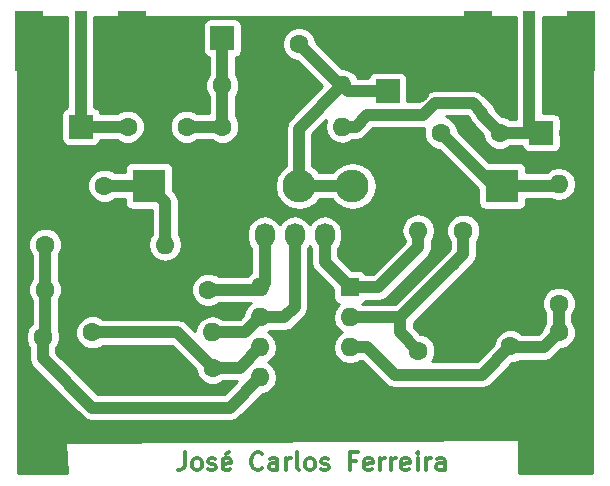
<source format=gtl>
G04 #@! TF.FileFunction,Copper,L1,Top,Signal*
%FSLAX46Y46*%
G04 Gerber Fmt 4.6, Leading zero omitted, Abs format (unit mm)*
G04 Created by KiCad (PCBNEW 4.0.5+dfsg1-4) date Sat May 19 12:29:41 2018*
%MOMM*%
%LPD*%
G01*
G04 APERTURE LIST*
%ADD10C,0.100000*%
%ADD11C,0.300000*%
%ADD12C,1.600000*%
%ADD13R,2.800000X2.800000*%
%ADD14O,2.800000X2.800000*%
%ADD15R,2.032000X2.032000*%
%ADD16O,2.032000X2.032000*%
%ADD17R,1.727200X2.032000*%
%ADD18O,1.727200X2.032000*%
%ADD19O,1.600000X1.600000*%
%ADD20R,1.600000X1.600000*%
%ADD21R,2.420000X5.080000*%
%ADD22R,1.000000X5.080000*%
%ADD23C,1.000000*%
%ADD24C,0.254000*%
G04 APERTURE END LIST*
D10*
D11*
X109814287Y-112578571D02*
X109814287Y-113650000D01*
X109742859Y-113864286D01*
X109600002Y-114007143D01*
X109385716Y-114078571D01*
X109242859Y-114078571D01*
X110742859Y-114078571D02*
X110600001Y-114007143D01*
X110528573Y-113935714D01*
X110457144Y-113792857D01*
X110457144Y-113364286D01*
X110528573Y-113221429D01*
X110600001Y-113150000D01*
X110742859Y-113078571D01*
X110957144Y-113078571D01*
X111100001Y-113150000D01*
X111171430Y-113221429D01*
X111242859Y-113364286D01*
X111242859Y-113792857D01*
X111171430Y-113935714D01*
X111100001Y-114007143D01*
X110957144Y-114078571D01*
X110742859Y-114078571D01*
X111814287Y-114007143D02*
X111957144Y-114078571D01*
X112242859Y-114078571D01*
X112385716Y-114007143D01*
X112457144Y-113864286D01*
X112457144Y-113792857D01*
X112385716Y-113650000D01*
X112242859Y-113578571D01*
X112028573Y-113578571D01*
X111885716Y-113507143D01*
X111814287Y-113364286D01*
X111814287Y-113292857D01*
X111885716Y-113150000D01*
X112028573Y-113078571D01*
X112242859Y-113078571D01*
X112385716Y-113150000D01*
X113671430Y-114007143D02*
X113528573Y-114078571D01*
X113242859Y-114078571D01*
X113100002Y-114007143D01*
X113028573Y-113864286D01*
X113028573Y-113292857D01*
X113100002Y-113150000D01*
X113242859Y-113078571D01*
X113528573Y-113078571D01*
X113671430Y-113150000D01*
X113742859Y-113292857D01*
X113742859Y-113435714D01*
X113028573Y-113578571D01*
X113528573Y-112507143D02*
X113314288Y-112721429D01*
X116385716Y-113935714D02*
X116314287Y-114007143D01*
X116100001Y-114078571D01*
X115957144Y-114078571D01*
X115742859Y-114007143D01*
X115600001Y-113864286D01*
X115528573Y-113721429D01*
X115457144Y-113435714D01*
X115457144Y-113221429D01*
X115528573Y-112935714D01*
X115600001Y-112792857D01*
X115742859Y-112650000D01*
X115957144Y-112578571D01*
X116100001Y-112578571D01*
X116314287Y-112650000D01*
X116385716Y-112721429D01*
X117671430Y-114078571D02*
X117671430Y-113292857D01*
X117600001Y-113150000D01*
X117457144Y-113078571D01*
X117171430Y-113078571D01*
X117028573Y-113150000D01*
X117671430Y-114007143D02*
X117528573Y-114078571D01*
X117171430Y-114078571D01*
X117028573Y-114007143D01*
X116957144Y-113864286D01*
X116957144Y-113721429D01*
X117028573Y-113578571D01*
X117171430Y-113507143D01*
X117528573Y-113507143D01*
X117671430Y-113435714D01*
X118385716Y-114078571D02*
X118385716Y-113078571D01*
X118385716Y-113364286D02*
X118457144Y-113221429D01*
X118528573Y-113150000D01*
X118671430Y-113078571D01*
X118814287Y-113078571D01*
X119528573Y-114078571D02*
X119385715Y-114007143D01*
X119314287Y-113864286D01*
X119314287Y-112578571D01*
X120314287Y-114078571D02*
X120171429Y-114007143D01*
X120100001Y-113935714D01*
X120028572Y-113792857D01*
X120028572Y-113364286D01*
X120100001Y-113221429D01*
X120171429Y-113150000D01*
X120314287Y-113078571D01*
X120528572Y-113078571D01*
X120671429Y-113150000D01*
X120742858Y-113221429D01*
X120814287Y-113364286D01*
X120814287Y-113792857D01*
X120742858Y-113935714D01*
X120671429Y-114007143D01*
X120528572Y-114078571D01*
X120314287Y-114078571D01*
X121385715Y-114007143D02*
X121528572Y-114078571D01*
X121814287Y-114078571D01*
X121957144Y-114007143D01*
X122028572Y-113864286D01*
X122028572Y-113792857D01*
X121957144Y-113650000D01*
X121814287Y-113578571D01*
X121600001Y-113578571D01*
X121457144Y-113507143D01*
X121385715Y-113364286D01*
X121385715Y-113292857D01*
X121457144Y-113150000D01*
X121600001Y-113078571D01*
X121814287Y-113078571D01*
X121957144Y-113150000D01*
X124314287Y-113292857D02*
X123814287Y-113292857D01*
X123814287Y-114078571D02*
X123814287Y-112578571D01*
X124528573Y-112578571D01*
X125671429Y-114007143D02*
X125528572Y-114078571D01*
X125242858Y-114078571D01*
X125100001Y-114007143D01*
X125028572Y-113864286D01*
X125028572Y-113292857D01*
X125100001Y-113150000D01*
X125242858Y-113078571D01*
X125528572Y-113078571D01*
X125671429Y-113150000D01*
X125742858Y-113292857D01*
X125742858Y-113435714D01*
X125028572Y-113578571D01*
X126385715Y-114078571D02*
X126385715Y-113078571D01*
X126385715Y-113364286D02*
X126457143Y-113221429D01*
X126528572Y-113150000D01*
X126671429Y-113078571D01*
X126814286Y-113078571D01*
X127314286Y-114078571D02*
X127314286Y-113078571D01*
X127314286Y-113364286D02*
X127385714Y-113221429D01*
X127457143Y-113150000D01*
X127600000Y-113078571D01*
X127742857Y-113078571D01*
X128814285Y-114007143D02*
X128671428Y-114078571D01*
X128385714Y-114078571D01*
X128242857Y-114007143D01*
X128171428Y-113864286D01*
X128171428Y-113292857D01*
X128242857Y-113150000D01*
X128385714Y-113078571D01*
X128671428Y-113078571D01*
X128814285Y-113150000D01*
X128885714Y-113292857D01*
X128885714Y-113435714D01*
X128171428Y-113578571D01*
X129528571Y-114078571D02*
X129528571Y-113078571D01*
X129528571Y-112578571D02*
X129457142Y-112650000D01*
X129528571Y-112721429D01*
X129599999Y-112650000D01*
X129528571Y-112578571D01*
X129528571Y-112721429D01*
X130242857Y-114078571D02*
X130242857Y-113078571D01*
X130242857Y-113364286D02*
X130314285Y-113221429D01*
X130385714Y-113150000D01*
X130528571Y-113078571D01*
X130671428Y-113078571D01*
X131814285Y-114078571D02*
X131814285Y-113292857D01*
X131742856Y-113150000D01*
X131599999Y-113078571D01*
X131314285Y-113078571D01*
X131171428Y-113150000D01*
X131814285Y-114007143D02*
X131671428Y-114078571D01*
X131314285Y-114078571D01*
X131171428Y-114007143D01*
X131099999Y-113864286D01*
X131099999Y-113721429D01*
X131171428Y-113578571D01*
X131314285Y-113507143D01*
X131671428Y-113507143D01*
X131814285Y-113435714D01*
D12*
X111800000Y-98800000D03*
X111800000Y-93800000D03*
X110000000Y-85000000D03*
X105000000Y-85000000D03*
X136500000Y-85500000D03*
X131500000Y-85500000D03*
X103000000Y-90000000D03*
X98000000Y-90000000D03*
X137400000Y-103600000D03*
X137400000Y-108600000D03*
X98000000Y-98800000D03*
X103000000Y-98800000D03*
D13*
X136700000Y-90000000D03*
D14*
X124000000Y-90000000D03*
D13*
X106800000Y-90000000D03*
D14*
X119500000Y-90000000D03*
D15*
X101040000Y-85000000D03*
D16*
X98500000Y-85000000D03*
D15*
X127000000Y-82000000D03*
D16*
X129540000Y-82000000D03*
D15*
X113000000Y-77500000D03*
D16*
X110460000Y-77500000D03*
D15*
X140000000Y-85500000D03*
D16*
X142540000Y-85500000D03*
D17*
X124200000Y-94200000D03*
D18*
X121660000Y-94200000D03*
X119120000Y-94200000D03*
X116580000Y-94200000D03*
D17*
X118660000Y-110000000D03*
D18*
X121200000Y-110000000D03*
X123740000Y-110000000D03*
D12*
X113000000Y-81500000D03*
D19*
X123160000Y-81500000D03*
D12*
X119500000Y-78000000D03*
D19*
X129660000Y-78000000D03*
D12*
X113000000Y-85000000D03*
D19*
X123160000Y-85000000D03*
D12*
X141500000Y-100000000D03*
D19*
X141500000Y-89840000D03*
D12*
X98000000Y-95000000D03*
D19*
X108160000Y-95000000D03*
D12*
X141500000Y-102400000D03*
D19*
X141500000Y-112560000D03*
D12*
X97800000Y-102800000D03*
D19*
X97800000Y-112960000D03*
D12*
X133400000Y-93800000D03*
D19*
X133400000Y-103960000D03*
D12*
X112200000Y-105400000D03*
D19*
X102040000Y-105400000D03*
D12*
X129600000Y-103960000D03*
D19*
X129600000Y-93800000D03*
D12*
X102000000Y-102400000D03*
D19*
X112160000Y-102400000D03*
D20*
X123820000Y-98600000D03*
D19*
X116200000Y-106220000D03*
X123820000Y-101140000D03*
X116200000Y-103680000D03*
X123820000Y-103680000D03*
X116200000Y-101140000D03*
X123820000Y-106220000D03*
X116200000Y-98600000D03*
D21*
X134620000Y-77780000D03*
X143380000Y-77780000D03*
D22*
X139000000Y-77780000D03*
D21*
X96620000Y-77780000D03*
X105380000Y-77780000D03*
D22*
X101000000Y-77780000D03*
D23*
X113000000Y-81500000D02*
X113000000Y-77500000D01*
X113000000Y-85000000D02*
X113000000Y-81500000D01*
X110000000Y-85000000D02*
X113000000Y-85000000D01*
X101040000Y-85000000D02*
X105000000Y-85000000D01*
X101000000Y-77780000D02*
X101000000Y-84960000D01*
X101000000Y-84960000D02*
X101040000Y-85000000D01*
X125291370Y-84000000D02*
X130000000Y-84000000D01*
X134200000Y-83000000D02*
X131000000Y-83000000D01*
X131000000Y-83000000D02*
X130000000Y-84000000D01*
X134999999Y-83799999D02*
X134200000Y-83000000D01*
X136500000Y-85500000D02*
X134999999Y-83999999D01*
X134999999Y-83999999D02*
X134999999Y-83799999D01*
X136500000Y-85500000D02*
X140000000Y-85500000D01*
X139000000Y-85200000D02*
X139300000Y-85500000D01*
X139300000Y-85500000D02*
X140000000Y-85500000D01*
X139000000Y-77780000D02*
X139000000Y-85200000D01*
X123160000Y-85000000D02*
X124291370Y-85000000D01*
X124291370Y-85000000D02*
X125291370Y-84000000D01*
X143380000Y-77780000D02*
X143380000Y-84660000D01*
X143380000Y-84660000D02*
X142540000Y-85500000D01*
X96620000Y-77780000D02*
X96620000Y-83120000D01*
X96620000Y-83120000D02*
X98500000Y-85000000D01*
X106800000Y-90000000D02*
X103000000Y-90000000D01*
X108160000Y-95000000D02*
X108160000Y-91360000D01*
X108160000Y-91360000D02*
X106800000Y-90000000D01*
X127600000Y-106000000D02*
X135000000Y-106000000D01*
X135000000Y-106000000D02*
X137400000Y-103600000D01*
X125280000Y-103680000D02*
X127600000Y-106000000D01*
X123820000Y-103680000D02*
X125280000Y-103680000D01*
X137800000Y-103680000D02*
X140220000Y-103680000D01*
X140220000Y-103680000D02*
X141500000Y-102400000D01*
X141500000Y-100000000D02*
X141500000Y-102400000D01*
X116580000Y-94200000D02*
X116580000Y-98220000D01*
X116580000Y-98220000D02*
X116200000Y-98600000D01*
X111800000Y-98800000D02*
X116000000Y-98800000D01*
X116000000Y-98800000D02*
X116200000Y-98600000D01*
X119500000Y-90000000D02*
X124000000Y-90000000D01*
X119500000Y-90000000D02*
X119500000Y-85160000D01*
X119500000Y-85160000D02*
X123160000Y-81500000D01*
X127000000Y-82000000D02*
X123660000Y-82000000D01*
X123660000Y-82000000D02*
X123160000Y-81500000D01*
X123160000Y-81500000D02*
X123000000Y-81500000D01*
X123000000Y-81500000D02*
X119500000Y-78000000D01*
X129600000Y-93800000D02*
X129600000Y-95200000D01*
X129600000Y-95200000D02*
X126200000Y-98600000D01*
X126200000Y-98600000D02*
X123820000Y-98600000D01*
X121660000Y-94200000D02*
X121660000Y-96440000D01*
X121660000Y-96440000D02*
X123820000Y-98600000D01*
X119120000Y-100280000D02*
X118260000Y-101140000D01*
X118260000Y-101140000D02*
X116200000Y-101140000D01*
X119120000Y-94200000D02*
X119120000Y-100280000D01*
X112160000Y-102400000D02*
X114940000Y-102400000D01*
X114940000Y-102400000D02*
X116200000Y-101140000D01*
X128060000Y-101140000D02*
X128060000Y-102420000D01*
X128060000Y-102420000D02*
X129600000Y-103960000D01*
X128060000Y-101140000D02*
X132200000Y-97000000D01*
X132200000Y-97000000D02*
X132600000Y-96600000D01*
X133400000Y-93800000D02*
X133400000Y-95800000D01*
X133400000Y-95800000D02*
X132200000Y-97000000D01*
X123820000Y-101140000D02*
X128060000Y-101140000D01*
X102000000Y-102400000D02*
X109200000Y-102400000D01*
X109200000Y-102400000D02*
X112200000Y-105400000D01*
X112200000Y-105400000D02*
X114480000Y-105400000D01*
X114480000Y-105400000D02*
X116200000Y-103680000D01*
X136000000Y-90000000D02*
X131500000Y-85500000D01*
X136700000Y-90000000D02*
X136000000Y-90000000D01*
X136700000Y-90000000D02*
X141340000Y-90000000D01*
X141340000Y-90000000D02*
X141500000Y-89840000D01*
X102000000Y-108800000D02*
X97800000Y-104600000D01*
X97800000Y-104600000D02*
X97800000Y-102800000D01*
X116200000Y-106220000D02*
X113620000Y-108800000D01*
X113620000Y-108800000D02*
X102000000Y-108800000D01*
X98000000Y-98800000D02*
X98000000Y-102600000D01*
X98000000Y-102600000D02*
X97800000Y-102800000D01*
X98000000Y-95000000D02*
X98000000Y-98800000D01*
D24*
G36*
X99852560Y-80320000D02*
X99865000Y-80386113D01*
X99865000Y-83366478D01*
X99788683Y-83380838D01*
X99572559Y-83519910D01*
X99427569Y-83732110D01*
X99376560Y-83984000D01*
X99376560Y-86016000D01*
X99420838Y-86251317D01*
X99559910Y-86467441D01*
X99772110Y-86612431D01*
X100024000Y-86663440D01*
X102056000Y-86663440D01*
X102291317Y-86619162D01*
X102507441Y-86480090D01*
X102652431Y-86267890D01*
X102679342Y-86135000D01*
X104105394Y-86135000D01*
X104186077Y-86215824D01*
X104713309Y-86434750D01*
X105284187Y-86435248D01*
X105811800Y-86217243D01*
X106215824Y-85813923D01*
X106434750Y-85286691D01*
X106434752Y-85284187D01*
X108564752Y-85284187D01*
X108782757Y-85811800D01*
X109186077Y-86215824D01*
X109713309Y-86434750D01*
X110284187Y-86435248D01*
X110811800Y-86217243D01*
X110894187Y-86135000D01*
X112105394Y-86135000D01*
X112186077Y-86215824D01*
X112713309Y-86434750D01*
X113284187Y-86435248D01*
X113811800Y-86217243D01*
X114215824Y-85813923D01*
X114434750Y-85286691D01*
X114435248Y-84715813D01*
X114217243Y-84188200D01*
X114135000Y-84105813D01*
X114135000Y-82394606D01*
X114215824Y-82313923D01*
X114434750Y-81786691D01*
X114435248Y-81215813D01*
X114217243Y-80688200D01*
X114135000Y-80605813D01*
X114135000Y-79141049D01*
X114251317Y-79119162D01*
X114467441Y-78980090D01*
X114612431Y-78767890D01*
X114663440Y-78516000D01*
X114663440Y-76484000D01*
X114619162Y-76248683D01*
X114480090Y-76032559D01*
X114267890Y-75887569D01*
X114016000Y-75836560D01*
X111984000Y-75836560D01*
X111748683Y-75880838D01*
X111532559Y-76019910D01*
X111387569Y-76232110D01*
X111336560Y-76484000D01*
X111336560Y-78516000D01*
X111380838Y-78751317D01*
X111519910Y-78967441D01*
X111732110Y-79112431D01*
X111865000Y-79139342D01*
X111865000Y-80605394D01*
X111784176Y-80686077D01*
X111565250Y-81213309D01*
X111564752Y-81784187D01*
X111782757Y-82311800D01*
X111865000Y-82394187D01*
X111865000Y-83865000D01*
X110894606Y-83865000D01*
X110813923Y-83784176D01*
X110286691Y-83565250D01*
X109715813Y-83564752D01*
X109188200Y-83782757D01*
X108784176Y-84186077D01*
X108565250Y-84713309D01*
X108564752Y-85284187D01*
X106434752Y-85284187D01*
X106435248Y-84715813D01*
X106217243Y-84188200D01*
X105813923Y-83784176D01*
X105286691Y-83565250D01*
X104715813Y-83564752D01*
X104188200Y-83782757D01*
X104105813Y-83865000D01*
X102681049Y-83865000D01*
X102659162Y-83748683D01*
X102520090Y-83532559D01*
X102307890Y-83387569D01*
X102135000Y-83352558D01*
X102135000Y-80381431D01*
X102147440Y-80320000D01*
X102147440Y-75685000D01*
X137852560Y-75685000D01*
X137852560Y-80320000D01*
X137865000Y-80386113D01*
X137865000Y-84365000D01*
X137394606Y-84365000D01*
X137313923Y-84284176D01*
X136786691Y-84065250D01*
X136670280Y-84065148D01*
X136067924Y-83462792D01*
X136048602Y-83365653D01*
X135936201Y-83197433D01*
X135802565Y-82997432D01*
X135002566Y-82197434D01*
X135002565Y-82197433D01*
X134634346Y-81951397D01*
X134200000Y-81865000D01*
X131000000Y-81865000D01*
X130565655Y-81951396D01*
X130197434Y-82197433D01*
X129529868Y-82865000D01*
X128663440Y-82865000D01*
X128663440Y-80984000D01*
X128619162Y-80748683D01*
X128480090Y-80532559D01*
X128267890Y-80387569D01*
X128016000Y-80336560D01*
X125984000Y-80336560D01*
X125748683Y-80380838D01*
X125532559Y-80519910D01*
X125387569Y-80732110D01*
X125360658Y-80865000D01*
X124456517Y-80865000D01*
X124202811Y-80485302D01*
X123737264Y-80174233D01*
X123188113Y-80065000D01*
X123170133Y-80065000D01*
X120935148Y-77830016D01*
X120935248Y-77715813D01*
X120717243Y-77188200D01*
X120313923Y-76784176D01*
X119786691Y-76565250D01*
X119215813Y-76564752D01*
X118688200Y-76782757D01*
X118284176Y-77186077D01*
X118065250Y-77713309D01*
X118064752Y-78284187D01*
X118282757Y-78811800D01*
X118686077Y-79215824D01*
X119213309Y-79434750D01*
X119329719Y-79434852D01*
X121474868Y-81580000D01*
X118697434Y-84357434D01*
X118451397Y-84725654D01*
X118365000Y-85160000D01*
X118365000Y-88331298D01*
X118021170Y-88561038D01*
X117580037Y-89221239D01*
X117425132Y-90000000D01*
X117580037Y-90778761D01*
X118021170Y-91438962D01*
X118681371Y-91880095D01*
X119460132Y-92035000D01*
X119539868Y-92035000D01*
X120318629Y-91880095D01*
X120978830Y-91438962D01*
X121181931Y-91135000D01*
X122318069Y-91135000D01*
X122521170Y-91438962D01*
X123181371Y-91880095D01*
X123960132Y-92035000D01*
X124039868Y-92035000D01*
X124818629Y-91880095D01*
X125478830Y-91438962D01*
X125919963Y-90778761D01*
X126074868Y-90000000D01*
X125919963Y-89221239D01*
X125478830Y-88561038D01*
X124818629Y-88119905D01*
X124039868Y-87965000D01*
X123960132Y-87965000D01*
X123181371Y-88119905D01*
X122521170Y-88561038D01*
X122318069Y-88865000D01*
X121181931Y-88865000D01*
X120978830Y-88561038D01*
X120635000Y-88331298D01*
X120635000Y-85630132D01*
X121804093Y-84461039D01*
X121696887Y-85000000D01*
X121806120Y-85549151D01*
X122117189Y-86014698D01*
X122582736Y-86325767D01*
X123131887Y-86435000D01*
X123188113Y-86435000D01*
X123737264Y-86325767D01*
X124022767Y-86135000D01*
X124291370Y-86135000D01*
X124725716Y-86048603D01*
X125093936Y-85802566D01*
X125761503Y-85135000D01*
X130000000Y-85135000D01*
X130106569Y-85113802D01*
X130065250Y-85213309D01*
X130064752Y-85784187D01*
X130282757Y-86311800D01*
X130686077Y-86715824D01*
X131213309Y-86934750D01*
X131329720Y-86934852D01*
X134652560Y-90257692D01*
X134652560Y-91400000D01*
X134696838Y-91635317D01*
X134835910Y-91851441D01*
X135048110Y-91996431D01*
X135300000Y-92047440D01*
X138100000Y-92047440D01*
X138335317Y-92003162D01*
X138551441Y-91864090D01*
X138696431Y-91651890D01*
X138747440Y-91400000D01*
X138747440Y-91135000D01*
X140862729Y-91135000D01*
X140950849Y-91193880D01*
X141500000Y-91303113D01*
X142049151Y-91193880D01*
X142514698Y-90882811D01*
X142825767Y-90417264D01*
X142935000Y-89868113D01*
X142935000Y-89811887D01*
X142825767Y-89262736D01*
X142514698Y-88797189D01*
X142049151Y-88486120D01*
X141500000Y-88376887D01*
X140950849Y-88486120D01*
X140485302Y-88797189D01*
X140439992Y-88865000D01*
X138747440Y-88865000D01*
X138747440Y-88600000D01*
X138703162Y-88364683D01*
X138564090Y-88148559D01*
X138351890Y-88003569D01*
X138100000Y-87952560D01*
X135557692Y-87952560D01*
X132935148Y-85330016D01*
X132935248Y-85215813D01*
X132717243Y-84688200D01*
X132313923Y-84284176D01*
X131954668Y-84135000D01*
X133729868Y-84135000D01*
X133932074Y-84337207D01*
X133951396Y-84434345D01*
X134039134Y-84565654D01*
X134197433Y-84802565D01*
X135064852Y-85669984D01*
X135064752Y-85784187D01*
X135282757Y-86311800D01*
X135686077Y-86715824D01*
X136213309Y-86934750D01*
X136784187Y-86935248D01*
X137311800Y-86717243D01*
X137394187Y-86635000D01*
X138358951Y-86635000D01*
X138380838Y-86751317D01*
X138519910Y-86967441D01*
X138732110Y-87112431D01*
X138984000Y-87163440D01*
X141016000Y-87163440D01*
X141251317Y-87119162D01*
X141467441Y-86980090D01*
X141612431Y-86767890D01*
X141663440Y-86516000D01*
X141663440Y-84484000D01*
X141619162Y-84248683D01*
X141480090Y-84032559D01*
X141267890Y-83887569D01*
X141016000Y-83836560D01*
X140135000Y-83836560D01*
X140135000Y-80381431D01*
X140147440Y-80320000D01*
X140147440Y-75685000D01*
X144315000Y-75685000D01*
X144315000Y-114315000D01*
X138127000Y-114315000D01*
X138127000Y-111600000D01*
X138116994Y-111550590D01*
X138088553Y-111508965D01*
X138046159Y-111481685D01*
X137999335Y-111473002D01*
X99799335Y-111673002D01*
X99749978Y-111683266D01*
X99708503Y-111711924D01*
X99681445Y-111754461D01*
X99673247Y-111807922D01*
X99829939Y-114315000D01*
X95685000Y-114315000D01*
X95685000Y-103084187D01*
X96364752Y-103084187D01*
X96582757Y-103611800D01*
X96665000Y-103694187D01*
X96665000Y-104600000D01*
X96751397Y-105034346D01*
X96992212Y-105394750D01*
X96997434Y-105402566D01*
X101197434Y-109602566D01*
X101565654Y-109848603D01*
X102000000Y-109935000D01*
X113620000Y-109935000D01*
X114054346Y-109848603D01*
X114422566Y-109602566D01*
X116405396Y-107619736D01*
X116777264Y-107545767D01*
X117242811Y-107234698D01*
X117553880Y-106769151D01*
X117663113Y-106220000D01*
X117553880Y-105670849D01*
X117242811Y-105205302D01*
X116860725Y-104950000D01*
X117242811Y-104694698D01*
X117553880Y-104229151D01*
X117663113Y-103680000D01*
X117553880Y-103130849D01*
X117242811Y-102665302D01*
X116860725Y-102410000D01*
X117062767Y-102275000D01*
X118260000Y-102275000D01*
X118694346Y-102188603D01*
X119062566Y-101942566D01*
X119922566Y-101082566D01*
X120168604Y-100714345D01*
X120255000Y-100280000D01*
X120255000Y-95331676D01*
X120390000Y-95129634D01*
X120525000Y-95331676D01*
X120525000Y-96440000D01*
X120611397Y-96874346D01*
X120831377Y-97203569D01*
X120857434Y-97242566D01*
X122372560Y-98757692D01*
X122372560Y-99400000D01*
X122416838Y-99635317D01*
X122555910Y-99851441D01*
X122768110Y-99996431D01*
X122923089Y-100027815D01*
X122777189Y-100125302D01*
X122466120Y-100590849D01*
X122356887Y-101140000D01*
X122466120Y-101689151D01*
X122777189Y-102154698D01*
X123159275Y-102410000D01*
X122777189Y-102665302D01*
X122466120Y-103130849D01*
X122356887Y-103680000D01*
X122466120Y-104229151D01*
X122777189Y-104694698D01*
X123242736Y-105005767D01*
X123791887Y-105115000D01*
X123848113Y-105115000D01*
X124397264Y-105005767D01*
X124682767Y-104815000D01*
X124809868Y-104815000D01*
X126797433Y-106802566D01*
X127126687Y-107022566D01*
X127165654Y-107048603D01*
X127600000Y-107135000D01*
X135000000Y-107135000D01*
X135434346Y-107048603D01*
X135802566Y-106802566D01*
X137569984Y-105035148D01*
X137684187Y-105035248D01*
X138211800Y-104817243D01*
X138214047Y-104815000D01*
X140220000Y-104815000D01*
X140654346Y-104728603D01*
X141022566Y-104482566D01*
X141669984Y-103835148D01*
X141784187Y-103835248D01*
X142311800Y-103617243D01*
X142715824Y-103213923D01*
X142934750Y-102686691D01*
X142935248Y-102115813D01*
X142717243Y-101588200D01*
X142635000Y-101505813D01*
X142635000Y-100894606D01*
X142715824Y-100813923D01*
X142934750Y-100286691D01*
X142935248Y-99715813D01*
X142717243Y-99188200D01*
X142313923Y-98784176D01*
X141786691Y-98565250D01*
X141215813Y-98564752D01*
X140688200Y-98782757D01*
X140284176Y-99186077D01*
X140065250Y-99713309D01*
X140064752Y-100284187D01*
X140282757Y-100811800D01*
X140365000Y-100894187D01*
X140365000Y-101505394D01*
X140284176Y-101586077D01*
X140065250Y-102113309D01*
X140065148Y-102229720D01*
X139749868Y-102545000D01*
X138374467Y-102545000D01*
X138213923Y-102384176D01*
X137686691Y-102165250D01*
X137115813Y-102164752D01*
X136588200Y-102382757D01*
X136184176Y-102786077D01*
X135965250Y-103313309D01*
X135965148Y-103429719D01*
X134529868Y-104865000D01*
X130724588Y-104865000D01*
X130815824Y-104773923D01*
X131034750Y-104246691D01*
X131035248Y-103675813D01*
X130817243Y-103148200D01*
X130413923Y-102744176D01*
X129886691Y-102525250D01*
X129770280Y-102525148D01*
X129195000Y-101949868D01*
X129195000Y-101610132D01*
X134202566Y-96602566D01*
X134387517Y-96325767D01*
X134448603Y-96234346D01*
X134535000Y-95800000D01*
X134535000Y-94694606D01*
X134615824Y-94613923D01*
X134834750Y-94086691D01*
X134835248Y-93515813D01*
X134617243Y-92988200D01*
X134213923Y-92584176D01*
X133686691Y-92365250D01*
X133115813Y-92364752D01*
X132588200Y-92582757D01*
X132184176Y-92986077D01*
X131965250Y-93513309D01*
X131964752Y-94084187D01*
X132182757Y-94611800D01*
X132265000Y-94694187D01*
X132265000Y-95329868D01*
X127589868Y-100005000D01*
X124845549Y-100005000D01*
X124855317Y-100003162D01*
X125071441Y-99864090D01*
X125159644Y-99735000D01*
X126200000Y-99735000D01*
X126634346Y-99648603D01*
X127002566Y-99402566D01*
X130402566Y-96002566D01*
X130539631Y-95797434D01*
X130648603Y-95634346D01*
X130735000Y-95200000D01*
X130735000Y-94662767D01*
X130925767Y-94377264D01*
X131035000Y-93828113D01*
X131035000Y-93771887D01*
X130925767Y-93222736D01*
X130614698Y-92757189D01*
X130149151Y-92446120D01*
X129600000Y-92336887D01*
X129050849Y-92446120D01*
X128585302Y-92757189D01*
X128274233Y-93222736D01*
X128165000Y-93771887D01*
X128165000Y-93828113D01*
X128274233Y-94377264D01*
X128465000Y-94662767D01*
X128465000Y-94729868D01*
X125729868Y-97465000D01*
X125159018Y-97465000D01*
X125084090Y-97348559D01*
X124871890Y-97203569D01*
X124620000Y-97152560D01*
X123977692Y-97152560D01*
X122795000Y-95969868D01*
X122795000Y-95331676D01*
X123044526Y-94958234D01*
X123158600Y-94384745D01*
X123158600Y-94015255D01*
X123044526Y-93441766D01*
X122719670Y-92955585D01*
X122233489Y-92630729D01*
X121660000Y-92516655D01*
X121086511Y-92630729D01*
X120600330Y-92955585D01*
X120390000Y-93270366D01*
X120179670Y-92955585D01*
X119693489Y-92630729D01*
X119120000Y-92516655D01*
X118546511Y-92630729D01*
X118060330Y-92955585D01*
X117850000Y-93270366D01*
X117639670Y-92955585D01*
X117153489Y-92630729D01*
X116580000Y-92516655D01*
X116006511Y-92630729D01*
X115520330Y-92955585D01*
X115195474Y-93441766D01*
X115081400Y-94015255D01*
X115081400Y-94384745D01*
X115195474Y-94958234D01*
X115445000Y-95331676D01*
X115445000Y-97392993D01*
X115157189Y-97585302D01*
X115103936Y-97665000D01*
X112694606Y-97665000D01*
X112613923Y-97584176D01*
X112086691Y-97365250D01*
X111515813Y-97364752D01*
X110988200Y-97582757D01*
X110584176Y-97986077D01*
X110365250Y-98513309D01*
X110364752Y-99084187D01*
X110582757Y-99611800D01*
X110986077Y-100015824D01*
X111513309Y-100234750D01*
X112084187Y-100235248D01*
X112611800Y-100017243D01*
X112694187Y-99935000D01*
X115441996Y-99935000D01*
X115157189Y-100125302D01*
X114846120Y-100590849D01*
X114772151Y-100962717D01*
X114469868Y-101265000D01*
X113022767Y-101265000D01*
X112737264Y-101074233D01*
X112188113Y-100965000D01*
X112131887Y-100965000D01*
X111582736Y-101074233D01*
X111117189Y-101385302D01*
X110806120Y-101850849D01*
X110714846Y-102309714D01*
X110002566Y-101597434D01*
X109933667Y-101551397D01*
X109634346Y-101351397D01*
X109200000Y-101265000D01*
X102894606Y-101265000D01*
X102813923Y-101184176D01*
X102286691Y-100965250D01*
X101715813Y-100964752D01*
X101188200Y-101182757D01*
X100784176Y-101586077D01*
X100565250Y-102113309D01*
X100564752Y-102684187D01*
X100782757Y-103211800D01*
X101186077Y-103615824D01*
X101713309Y-103834750D01*
X102284187Y-103835248D01*
X102811800Y-103617243D01*
X102894187Y-103535000D01*
X108729868Y-103535000D01*
X110764852Y-105569984D01*
X110764752Y-105684187D01*
X110982757Y-106211800D01*
X111386077Y-106615824D01*
X111913309Y-106834750D01*
X112484187Y-106835248D01*
X113011800Y-106617243D01*
X113094187Y-106535000D01*
X114279868Y-106535000D01*
X113149868Y-107665000D01*
X102470132Y-107665000D01*
X98935000Y-104129868D01*
X98935000Y-103694606D01*
X99015824Y-103613923D01*
X99234750Y-103086691D01*
X99235248Y-102515813D01*
X99135000Y-102273194D01*
X99135000Y-99694606D01*
X99215824Y-99613923D01*
X99434750Y-99086691D01*
X99435248Y-98515813D01*
X99217243Y-97988200D01*
X99135000Y-97905813D01*
X99135000Y-95894606D01*
X99215824Y-95813923D01*
X99434750Y-95286691D01*
X99435248Y-94715813D01*
X99217243Y-94188200D01*
X98813923Y-93784176D01*
X98286691Y-93565250D01*
X97715813Y-93564752D01*
X97188200Y-93782757D01*
X96784176Y-94186077D01*
X96565250Y-94713309D01*
X96564752Y-95284187D01*
X96782757Y-95811800D01*
X96865000Y-95894187D01*
X96865000Y-97905394D01*
X96784176Y-97986077D01*
X96565250Y-98513309D01*
X96564752Y-99084187D01*
X96782757Y-99611800D01*
X96865000Y-99694187D01*
X96865000Y-101705742D01*
X96584176Y-101986077D01*
X96365250Y-102513309D01*
X96364752Y-103084187D01*
X95685000Y-103084187D01*
X95685000Y-90284187D01*
X101564752Y-90284187D01*
X101782757Y-90811800D01*
X102186077Y-91215824D01*
X102713309Y-91434750D01*
X103284187Y-91435248D01*
X103811800Y-91217243D01*
X103894187Y-91135000D01*
X104752560Y-91135000D01*
X104752560Y-91400000D01*
X104796838Y-91635317D01*
X104935910Y-91851441D01*
X105148110Y-91996431D01*
X105400000Y-92047440D01*
X107025000Y-92047440D01*
X107025000Y-94123272D01*
X106806120Y-94450849D01*
X106696887Y-95000000D01*
X106806120Y-95549151D01*
X107117189Y-96014698D01*
X107582736Y-96325767D01*
X108131887Y-96435000D01*
X108188113Y-96435000D01*
X108737264Y-96325767D01*
X109202811Y-96014698D01*
X109513880Y-95549151D01*
X109623113Y-95000000D01*
X109513880Y-94450849D01*
X109295000Y-94123272D01*
X109295000Y-91360000D01*
X109208603Y-90925654D01*
X109110452Y-90778761D01*
X108962566Y-90557433D01*
X108847440Y-90442307D01*
X108847440Y-88600000D01*
X108803162Y-88364683D01*
X108664090Y-88148559D01*
X108451890Y-88003569D01*
X108200000Y-87952560D01*
X105400000Y-87952560D01*
X105164683Y-87996838D01*
X104948559Y-88135910D01*
X104803569Y-88348110D01*
X104752560Y-88600000D01*
X104752560Y-88865000D01*
X103894606Y-88865000D01*
X103813923Y-88784176D01*
X103286691Y-88565250D01*
X102715813Y-88564752D01*
X102188200Y-88782757D01*
X101784176Y-89186077D01*
X101565250Y-89713309D01*
X101564752Y-90284187D01*
X95685000Y-90284187D01*
X95685000Y-75685000D01*
X99852560Y-75685000D01*
X99852560Y-80320000D01*
X99852560Y-80320000D01*
G37*
X99852560Y-80320000D02*
X99865000Y-80386113D01*
X99865000Y-83366478D01*
X99788683Y-83380838D01*
X99572559Y-83519910D01*
X99427569Y-83732110D01*
X99376560Y-83984000D01*
X99376560Y-86016000D01*
X99420838Y-86251317D01*
X99559910Y-86467441D01*
X99772110Y-86612431D01*
X100024000Y-86663440D01*
X102056000Y-86663440D01*
X102291317Y-86619162D01*
X102507441Y-86480090D01*
X102652431Y-86267890D01*
X102679342Y-86135000D01*
X104105394Y-86135000D01*
X104186077Y-86215824D01*
X104713309Y-86434750D01*
X105284187Y-86435248D01*
X105811800Y-86217243D01*
X106215824Y-85813923D01*
X106434750Y-85286691D01*
X106434752Y-85284187D01*
X108564752Y-85284187D01*
X108782757Y-85811800D01*
X109186077Y-86215824D01*
X109713309Y-86434750D01*
X110284187Y-86435248D01*
X110811800Y-86217243D01*
X110894187Y-86135000D01*
X112105394Y-86135000D01*
X112186077Y-86215824D01*
X112713309Y-86434750D01*
X113284187Y-86435248D01*
X113811800Y-86217243D01*
X114215824Y-85813923D01*
X114434750Y-85286691D01*
X114435248Y-84715813D01*
X114217243Y-84188200D01*
X114135000Y-84105813D01*
X114135000Y-82394606D01*
X114215824Y-82313923D01*
X114434750Y-81786691D01*
X114435248Y-81215813D01*
X114217243Y-80688200D01*
X114135000Y-80605813D01*
X114135000Y-79141049D01*
X114251317Y-79119162D01*
X114467441Y-78980090D01*
X114612431Y-78767890D01*
X114663440Y-78516000D01*
X114663440Y-76484000D01*
X114619162Y-76248683D01*
X114480090Y-76032559D01*
X114267890Y-75887569D01*
X114016000Y-75836560D01*
X111984000Y-75836560D01*
X111748683Y-75880838D01*
X111532559Y-76019910D01*
X111387569Y-76232110D01*
X111336560Y-76484000D01*
X111336560Y-78516000D01*
X111380838Y-78751317D01*
X111519910Y-78967441D01*
X111732110Y-79112431D01*
X111865000Y-79139342D01*
X111865000Y-80605394D01*
X111784176Y-80686077D01*
X111565250Y-81213309D01*
X111564752Y-81784187D01*
X111782757Y-82311800D01*
X111865000Y-82394187D01*
X111865000Y-83865000D01*
X110894606Y-83865000D01*
X110813923Y-83784176D01*
X110286691Y-83565250D01*
X109715813Y-83564752D01*
X109188200Y-83782757D01*
X108784176Y-84186077D01*
X108565250Y-84713309D01*
X108564752Y-85284187D01*
X106434752Y-85284187D01*
X106435248Y-84715813D01*
X106217243Y-84188200D01*
X105813923Y-83784176D01*
X105286691Y-83565250D01*
X104715813Y-83564752D01*
X104188200Y-83782757D01*
X104105813Y-83865000D01*
X102681049Y-83865000D01*
X102659162Y-83748683D01*
X102520090Y-83532559D01*
X102307890Y-83387569D01*
X102135000Y-83352558D01*
X102135000Y-80381431D01*
X102147440Y-80320000D01*
X102147440Y-75685000D01*
X137852560Y-75685000D01*
X137852560Y-80320000D01*
X137865000Y-80386113D01*
X137865000Y-84365000D01*
X137394606Y-84365000D01*
X137313923Y-84284176D01*
X136786691Y-84065250D01*
X136670280Y-84065148D01*
X136067924Y-83462792D01*
X136048602Y-83365653D01*
X135936201Y-83197433D01*
X135802565Y-82997432D01*
X135002566Y-82197434D01*
X135002565Y-82197433D01*
X134634346Y-81951397D01*
X134200000Y-81865000D01*
X131000000Y-81865000D01*
X130565655Y-81951396D01*
X130197434Y-82197433D01*
X129529868Y-82865000D01*
X128663440Y-82865000D01*
X128663440Y-80984000D01*
X128619162Y-80748683D01*
X128480090Y-80532559D01*
X128267890Y-80387569D01*
X128016000Y-80336560D01*
X125984000Y-80336560D01*
X125748683Y-80380838D01*
X125532559Y-80519910D01*
X125387569Y-80732110D01*
X125360658Y-80865000D01*
X124456517Y-80865000D01*
X124202811Y-80485302D01*
X123737264Y-80174233D01*
X123188113Y-80065000D01*
X123170133Y-80065000D01*
X120935148Y-77830016D01*
X120935248Y-77715813D01*
X120717243Y-77188200D01*
X120313923Y-76784176D01*
X119786691Y-76565250D01*
X119215813Y-76564752D01*
X118688200Y-76782757D01*
X118284176Y-77186077D01*
X118065250Y-77713309D01*
X118064752Y-78284187D01*
X118282757Y-78811800D01*
X118686077Y-79215824D01*
X119213309Y-79434750D01*
X119329719Y-79434852D01*
X121474868Y-81580000D01*
X118697434Y-84357434D01*
X118451397Y-84725654D01*
X118365000Y-85160000D01*
X118365000Y-88331298D01*
X118021170Y-88561038D01*
X117580037Y-89221239D01*
X117425132Y-90000000D01*
X117580037Y-90778761D01*
X118021170Y-91438962D01*
X118681371Y-91880095D01*
X119460132Y-92035000D01*
X119539868Y-92035000D01*
X120318629Y-91880095D01*
X120978830Y-91438962D01*
X121181931Y-91135000D01*
X122318069Y-91135000D01*
X122521170Y-91438962D01*
X123181371Y-91880095D01*
X123960132Y-92035000D01*
X124039868Y-92035000D01*
X124818629Y-91880095D01*
X125478830Y-91438962D01*
X125919963Y-90778761D01*
X126074868Y-90000000D01*
X125919963Y-89221239D01*
X125478830Y-88561038D01*
X124818629Y-88119905D01*
X124039868Y-87965000D01*
X123960132Y-87965000D01*
X123181371Y-88119905D01*
X122521170Y-88561038D01*
X122318069Y-88865000D01*
X121181931Y-88865000D01*
X120978830Y-88561038D01*
X120635000Y-88331298D01*
X120635000Y-85630132D01*
X121804093Y-84461039D01*
X121696887Y-85000000D01*
X121806120Y-85549151D01*
X122117189Y-86014698D01*
X122582736Y-86325767D01*
X123131887Y-86435000D01*
X123188113Y-86435000D01*
X123737264Y-86325767D01*
X124022767Y-86135000D01*
X124291370Y-86135000D01*
X124725716Y-86048603D01*
X125093936Y-85802566D01*
X125761503Y-85135000D01*
X130000000Y-85135000D01*
X130106569Y-85113802D01*
X130065250Y-85213309D01*
X130064752Y-85784187D01*
X130282757Y-86311800D01*
X130686077Y-86715824D01*
X131213309Y-86934750D01*
X131329720Y-86934852D01*
X134652560Y-90257692D01*
X134652560Y-91400000D01*
X134696838Y-91635317D01*
X134835910Y-91851441D01*
X135048110Y-91996431D01*
X135300000Y-92047440D01*
X138100000Y-92047440D01*
X138335317Y-92003162D01*
X138551441Y-91864090D01*
X138696431Y-91651890D01*
X138747440Y-91400000D01*
X138747440Y-91135000D01*
X140862729Y-91135000D01*
X140950849Y-91193880D01*
X141500000Y-91303113D01*
X142049151Y-91193880D01*
X142514698Y-90882811D01*
X142825767Y-90417264D01*
X142935000Y-89868113D01*
X142935000Y-89811887D01*
X142825767Y-89262736D01*
X142514698Y-88797189D01*
X142049151Y-88486120D01*
X141500000Y-88376887D01*
X140950849Y-88486120D01*
X140485302Y-88797189D01*
X140439992Y-88865000D01*
X138747440Y-88865000D01*
X138747440Y-88600000D01*
X138703162Y-88364683D01*
X138564090Y-88148559D01*
X138351890Y-88003569D01*
X138100000Y-87952560D01*
X135557692Y-87952560D01*
X132935148Y-85330016D01*
X132935248Y-85215813D01*
X132717243Y-84688200D01*
X132313923Y-84284176D01*
X131954668Y-84135000D01*
X133729868Y-84135000D01*
X133932074Y-84337207D01*
X133951396Y-84434345D01*
X134039134Y-84565654D01*
X134197433Y-84802565D01*
X135064852Y-85669984D01*
X135064752Y-85784187D01*
X135282757Y-86311800D01*
X135686077Y-86715824D01*
X136213309Y-86934750D01*
X136784187Y-86935248D01*
X137311800Y-86717243D01*
X137394187Y-86635000D01*
X138358951Y-86635000D01*
X138380838Y-86751317D01*
X138519910Y-86967441D01*
X138732110Y-87112431D01*
X138984000Y-87163440D01*
X141016000Y-87163440D01*
X141251317Y-87119162D01*
X141467441Y-86980090D01*
X141612431Y-86767890D01*
X141663440Y-86516000D01*
X141663440Y-84484000D01*
X141619162Y-84248683D01*
X141480090Y-84032559D01*
X141267890Y-83887569D01*
X141016000Y-83836560D01*
X140135000Y-83836560D01*
X140135000Y-80381431D01*
X140147440Y-80320000D01*
X140147440Y-75685000D01*
X144315000Y-75685000D01*
X144315000Y-114315000D01*
X138127000Y-114315000D01*
X138127000Y-111600000D01*
X138116994Y-111550590D01*
X138088553Y-111508965D01*
X138046159Y-111481685D01*
X137999335Y-111473002D01*
X99799335Y-111673002D01*
X99749978Y-111683266D01*
X99708503Y-111711924D01*
X99681445Y-111754461D01*
X99673247Y-111807922D01*
X99829939Y-114315000D01*
X95685000Y-114315000D01*
X95685000Y-103084187D01*
X96364752Y-103084187D01*
X96582757Y-103611800D01*
X96665000Y-103694187D01*
X96665000Y-104600000D01*
X96751397Y-105034346D01*
X96992212Y-105394750D01*
X96997434Y-105402566D01*
X101197434Y-109602566D01*
X101565654Y-109848603D01*
X102000000Y-109935000D01*
X113620000Y-109935000D01*
X114054346Y-109848603D01*
X114422566Y-109602566D01*
X116405396Y-107619736D01*
X116777264Y-107545767D01*
X117242811Y-107234698D01*
X117553880Y-106769151D01*
X117663113Y-106220000D01*
X117553880Y-105670849D01*
X117242811Y-105205302D01*
X116860725Y-104950000D01*
X117242811Y-104694698D01*
X117553880Y-104229151D01*
X117663113Y-103680000D01*
X117553880Y-103130849D01*
X117242811Y-102665302D01*
X116860725Y-102410000D01*
X117062767Y-102275000D01*
X118260000Y-102275000D01*
X118694346Y-102188603D01*
X119062566Y-101942566D01*
X119922566Y-101082566D01*
X120168604Y-100714345D01*
X120255000Y-100280000D01*
X120255000Y-95331676D01*
X120390000Y-95129634D01*
X120525000Y-95331676D01*
X120525000Y-96440000D01*
X120611397Y-96874346D01*
X120831377Y-97203569D01*
X120857434Y-97242566D01*
X122372560Y-98757692D01*
X122372560Y-99400000D01*
X122416838Y-99635317D01*
X122555910Y-99851441D01*
X122768110Y-99996431D01*
X122923089Y-100027815D01*
X122777189Y-100125302D01*
X122466120Y-100590849D01*
X122356887Y-101140000D01*
X122466120Y-101689151D01*
X122777189Y-102154698D01*
X123159275Y-102410000D01*
X122777189Y-102665302D01*
X122466120Y-103130849D01*
X122356887Y-103680000D01*
X122466120Y-104229151D01*
X122777189Y-104694698D01*
X123242736Y-105005767D01*
X123791887Y-105115000D01*
X123848113Y-105115000D01*
X124397264Y-105005767D01*
X124682767Y-104815000D01*
X124809868Y-104815000D01*
X126797433Y-106802566D01*
X127126687Y-107022566D01*
X127165654Y-107048603D01*
X127600000Y-107135000D01*
X135000000Y-107135000D01*
X135434346Y-107048603D01*
X135802566Y-106802566D01*
X137569984Y-105035148D01*
X137684187Y-105035248D01*
X138211800Y-104817243D01*
X138214047Y-104815000D01*
X140220000Y-104815000D01*
X140654346Y-104728603D01*
X141022566Y-104482566D01*
X141669984Y-103835148D01*
X141784187Y-103835248D01*
X142311800Y-103617243D01*
X142715824Y-103213923D01*
X142934750Y-102686691D01*
X142935248Y-102115813D01*
X142717243Y-101588200D01*
X142635000Y-101505813D01*
X142635000Y-100894606D01*
X142715824Y-100813923D01*
X142934750Y-100286691D01*
X142935248Y-99715813D01*
X142717243Y-99188200D01*
X142313923Y-98784176D01*
X141786691Y-98565250D01*
X141215813Y-98564752D01*
X140688200Y-98782757D01*
X140284176Y-99186077D01*
X140065250Y-99713309D01*
X140064752Y-100284187D01*
X140282757Y-100811800D01*
X140365000Y-100894187D01*
X140365000Y-101505394D01*
X140284176Y-101586077D01*
X140065250Y-102113309D01*
X140065148Y-102229720D01*
X139749868Y-102545000D01*
X138374467Y-102545000D01*
X138213923Y-102384176D01*
X137686691Y-102165250D01*
X137115813Y-102164752D01*
X136588200Y-102382757D01*
X136184176Y-102786077D01*
X135965250Y-103313309D01*
X135965148Y-103429719D01*
X134529868Y-104865000D01*
X130724588Y-104865000D01*
X130815824Y-104773923D01*
X131034750Y-104246691D01*
X131035248Y-103675813D01*
X130817243Y-103148200D01*
X130413923Y-102744176D01*
X129886691Y-102525250D01*
X129770280Y-102525148D01*
X129195000Y-101949868D01*
X129195000Y-101610132D01*
X134202566Y-96602566D01*
X134387517Y-96325767D01*
X134448603Y-96234346D01*
X134535000Y-95800000D01*
X134535000Y-94694606D01*
X134615824Y-94613923D01*
X134834750Y-94086691D01*
X134835248Y-93515813D01*
X134617243Y-92988200D01*
X134213923Y-92584176D01*
X133686691Y-92365250D01*
X133115813Y-92364752D01*
X132588200Y-92582757D01*
X132184176Y-92986077D01*
X131965250Y-93513309D01*
X131964752Y-94084187D01*
X132182757Y-94611800D01*
X132265000Y-94694187D01*
X132265000Y-95329868D01*
X127589868Y-100005000D01*
X124845549Y-100005000D01*
X124855317Y-100003162D01*
X125071441Y-99864090D01*
X125159644Y-99735000D01*
X126200000Y-99735000D01*
X126634346Y-99648603D01*
X127002566Y-99402566D01*
X130402566Y-96002566D01*
X130539631Y-95797434D01*
X130648603Y-95634346D01*
X130735000Y-95200000D01*
X130735000Y-94662767D01*
X130925767Y-94377264D01*
X131035000Y-93828113D01*
X131035000Y-93771887D01*
X130925767Y-93222736D01*
X130614698Y-92757189D01*
X130149151Y-92446120D01*
X129600000Y-92336887D01*
X129050849Y-92446120D01*
X128585302Y-92757189D01*
X128274233Y-93222736D01*
X128165000Y-93771887D01*
X128165000Y-93828113D01*
X128274233Y-94377264D01*
X128465000Y-94662767D01*
X128465000Y-94729868D01*
X125729868Y-97465000D01*
X125159018Y-97465000D01*
X125084090Y-97348559D01*
X124871890Y-97203569D01*
X124620000Y-97152560D01*
X123977692Y-97152560D01*
X122795000Y-95969868D01*
X122795000Y-95331676D01*
X123044526Y-94958234D01*
X123158600Y-94384745D01*
X123158600Y-94015255D01*
X123044526Y-93441766D01*
X122719670Y-92955585D01*
X122233489Y-92630729D01*
X121660000Y-92516655D01*
X121086511Y-92630729D01*
X120600330Y-92955585D01*
X120390000Y-93270366D01*
X120179670Y-92955585D01*
X119693489Y-92630729D01*
X119120000Y-92516655D01*
X118546511Y-92630729D01*
X118060330Y-92955585D01*
X117850000Y-93270366D01*
X117639670Y-92955585D01*
X117153489Y-92630729D01*
X116580000Y-92516655D01*
X116006511Y-92630729D01*
X115520330Y-92955585D01*
X115195474Y-93441766D01*
X115081400Y-94015255D01*
X115081400Y-94384745D01*
X115195474Y-94958234D01*
X115445000Y-95331676D01*
X115445000Y-97392993D01*
X115157189Y-97585302D01*
X115103936Y-97665000D01*
X112694606Y-97665000D01*
X112613923Y-97584176D01*
X112086691Y-97365250D01*
X111515813Y-97364752D01*
X110988200Y-97582757D01*
X110584176Y-97986077D01*
X110365250Y-98513309D01*
X110364752Y-99084187D01*
X110582757Y-99611800D01*
X110986077Y-100015824D01*
X111513309Y-100234750D01*
X112084187Y-100235248D01*
X112611800Y-100017243D01*
X112694187Y-99935000D01*
X115441996Y-99935000D01*
X115157189Y-100125302D01*
X114846120Y-100590849D01*
X114772151Y-100962717D01*
X114469868Y-101265000D01*
X113022767Y-101265000D01*
X112737264Y-101074233D01*
X112188113Y-100965000D01*
X112131887Y-100965000D01*
X111582736Y-101074233D01*
X111117189Y-101385302D01*
X110806120Y-101850849D01*
X110714846Y-102309714D01*
X110002566Y-101597434D01*
X109933667Y-101551397D01*
X109634346Y-101351397D01*
X109200000Y-101265000D01*
X102894606Y-101265000D01*
X102813923Y-101184176D01*
X102286691Y-100965250D01*
X101715813Y-100964752D01*
X101188200Y-101182757D01*
X100784176Y-101586077D01*
X100565250Y-102113309D01*
X100564752Y-102684187D01*
X100782757Y-103211800D01*
X101186077Y-103615824D01*
X101713309Y-103834750D01*
X102284187Y-103835248D01*
X102811800Y-103617243D01*
X102894187Y-103535000D01*
X108729868Y-103535000D01*
X110764852Y-105569984D01*
X110764752Y-105684187D01*
X110982757Y-106211800D01*
X111386077Y-106615824D01*
X111913309Y-106834750D01*
X112484187Y-106835248D01*
X113011800Y-106617243D01*
X113094187Y-106535000D01*
X114279868Y-106535000D01*
X113149868Y-107665000D01*
X102470132Y-107665000D01*
X98935000Y-104129868D01*
X98935000Y-103694606D01*
X99015824Y-103613923D01*
X99234750Y-103086691D01*
X99235248Y-102515813D01*
X99135000Y-102273194D01*
X99135000Y-99694606D01*
X99215824Y-99613923D01*
X99434750Y-99086691D01*
X99435248Y-98515813D01*
X99217243Y-97988200D01*
X99135000Y-97905813D01*
X99135000Y-95894606D01*
X99215824Y-95813923D01*
X99434750Y-95286691D01*
X99435248Y-94715813D01*
X99217243Y-94188200D01*
X98813923Y-93784176D01*
X98286691Y-93565250D01*
X97715813Y-93564752D01*
X97188200Y-93782757D01*
X96784176Y-94186077D01*
X96565250Y-94713309D01*
X96564752Y-95284187D01*
X96782757Y-95811800D01*
X96865000Y-95894187D01*
X96865000Y-97905394D01*
X96784176Y-97986077D01*
X96565250Y-98513309D01*
X96564752Y-99084187D01*
X96782757Y-99611800D01*
X96865000Y-99694187D01*
X96865000Y-101705742D01*
X96584176Y-101986077D01*
X96365250Y-102513309D01*
X96364752Y-103084187D01*
X95685000Y-103084187D01*
X95685000Y-90284187D01*
X101564752Y-90284187D01*
X101782757Y-90811800D01*
X102186077Y-91215824D01*
X102713309Y-91434750D01*
X103284187Y-91435248D01*
X103811800Y-91217243D01*
X103894187Y-91135000D01*
X104752560Y-91135000D01*
X104752560Y-91400000D01*
X104796838Y-91635317D01*
X104935910Y-91851441D01*
X105148110Y-91996431D01*
X105400000Y-92047440D01*
X107025000Y-92047440D01*
X107025000Y-94123272D01*
X106806120Y-94450849D01*
X106696887Y-95000000D01*
X106806120Y-95549151D01*
X107117189Y-96014698D01*
X107582736Y-96325767D01*
X108131887Y-96435000D01*
X108188113Y-96435000D01*
X108737264Y-96325767D01*
X109202811Y-96014698D01*
X109513880Y-95549151D01*
X109623113Y-95000000D01*
X109513880Y-94450849D01*
X109295000Y-94123272D01*
X109295000Y-91360000D01*
X109208603Y-90925654D01*
X109110452Y-90778761D01*
X108962566Y-90557433D01*
X108847440Y-90442307D01*
X108847440Y-88600000D01*
X108803162Y-88364683D01*
X108664090Y-88148559D01*
X108451890Y-88003569D01*
X108200000Y-87952560D01*
X105400000Y-87952560D01*
X105164683Y-87996838D01*
X104948559Y-88135910D01*
X104803569Y-88348110D01*
X104752560Y-88600000D01*
X104752560Y-88865000D01*
X103894606Y-88865000D01*
X103813923Y-88784176D01*
X103286691Y-88565250D01*
X102715813Y-88564752D01*
X102188200Y-88782757D01*
X101784176Y-89186077D01*
X101565250Y-89713309D01*
X101564752Y-90284187D01*
X95685000Y-90284187D01*
X95685000Y-75685000D01*
X99852560Y-75685000D01*
X99852560Y-80320000D01*
M02*

</source>
